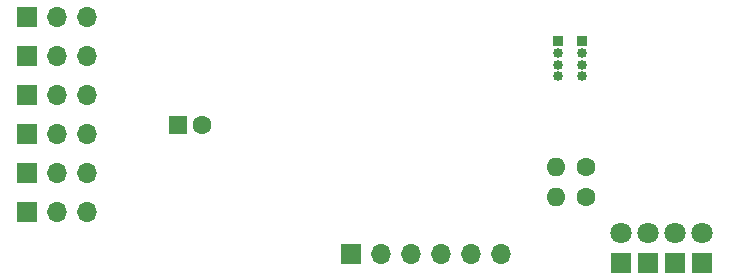
<source format=gbr>
%TF.GenerationSoftware,KiCad,Pcbnew,(6.0.4-0)*%
%TF.CreationDate,2022-09-11T17:37:58+09:00*%
%TF.ProjectId,machinev2,6d616368-696e-4657-9632-2e6b69636164,rev?*%
%TF.SameCoordinates,Original*%
%TF.FileFunction,Soldermask,Bot*%
%TF.FilePolarity,Negative*%
%FSLAX46Y46*%
G04 Gerber Fmt 4.6, Leading zero omitted, Abs format (unit mm)*
G04 Created by KiCad (PCBNEW (6.0.4-0)) date 2022-09-11 17:37:58*
%MOMM*%
%LPD*%
G01*
G04 APERTURE LIST*
%ADD10R,1.600000X1.600000*%
%ADD11C,1.600000*%
%ADD12O,1.600000X1.600000*%
%ADD13R,1.700000X1.700000*%
%ADD14O,1.700000X1.700000*%
%ADD15R,1.800000X1.800000*%
%ADD16C,1.800000*%
%ADD17R,0.850000X0.850000*%
%ADD18O,0.850000X0.850000*%
G04 APERTURE END LIST*
D10*
%TO.C,C47uF*%
X116392888Y-94234000D03*
D11*
X118392888Y-94234000D03*
%TD*%
%TO.C,RLED2*%
X150905000Y-100330000D03*
D12*
X148365000Y-100330000D03*
%TD*%
D11*
%TO.C,RLED1*%
X150905000Y-97790000D03*
D12*
X148365000Y-97790000D03*
%TD*%
D13*
%TO.C,Serial_USB*%
X131064000Y-105156000D03*
D14*
X133604000Y-105156000D03*
X136144000Y-105156000D03*
X138684000Y-105156000D03*
X141224000Y-105156000D03*
X143764000Y-105156000D03*
%TD*%
D13*
%TO.C,RECIV*%
X103632000Y-88392000D03*
D14*
X106172000Y-88392000D03*
X108712000Y-88392000D03*
%TD*%
D13*
%TO.C,PWM4*%
X103632000Y-101600000D03*
D14*
X106172000Y-101600000D03*
X108712000Y-101600000D03*
%TD*%
D13*
%TO.C,PWM3*%
X103632000Y-98298000D03*
D14*
X106172000Y-98298000D03*
X108712000Y-98298000D03*
%TD*%
D13*
%TO.C,PWM2*%
X103632000Y-94996000D03*
D14*
X106172000Y-94996000D03*
X108712000Y-94996000D03*
%TD*%
D13*
%TO.C,PWM1*%
X103632000Y-91694000D03*
D14*
X106172000Y-91694000D03*
X108712000Y-91694000D03*
%TD*%
D15*
%TO.C,Manual2*%
X156210000Y-105918000D03*
D16*
X156210000Y-103378000D03*
%TD*%
D15*
%TO.C,Manual1*%
X153924000Y-105918000D03*
D16*
X153924000Y-103378000D03*
%TD*%
D17*
%TO.C,I2C2*%
X150622000Y-87146000D03*
D18*
X150622000Y-88146000D03*
X150622000Y-89146000D03*
X150622000Y-90146000D03*
%TD*%
D17*
%TO.C,I2C1*%
X148590000Y-87146000D03*
D18*
X148590000Y-88146000D03*
X148590000Y-89146000D03*
X148590000Y-90146000D03*
%TD*%
D13*
%TO.C,ESC*%
X103632000Y-85090000D03*
D14*
X106172000Y-85090000D03*
X108712000Y-85090000D03*
%TD*%
D15*
%TO.C,Auto2*%
X160782000Y-105918000D03*
D16*
X160782000Y-103378000D03*
%TD*%
D15*
%TO.C,Auto1*%
X158496000Y-105918000D03*
D16*
X158496000Y-103378000D03*
%TD*%
M02*

</source>
